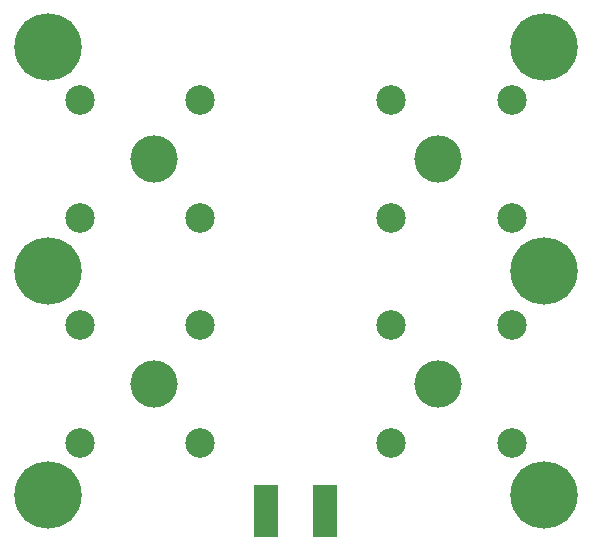
<source format=gbs>
%TF.GenerationSoftware,KiCad,Pcbnew,7.0.9*%
%TF.CreationDate,2024-01-13T21:21:30+01:00*%
%TF.ProjectId,line_injector,6c696e65-5f69-46e6-9a65-63746f722e6b,rev?*%
%TF.SameCoordinates,Original*%
%TF.FileFunction,Soldermask,Bot*%
%TF.FilePolarity,Negative*%
%FSLAX46Y46*%
G04 Gerber Fmt 4.6, Leading zero omitted, Abs format (unit mm)*
G04 Created by KiCad (PCBNEW 7.0.9) date 2024-01-13 21:21:30*
%MOMM*%
%LPD*%
G01*
G04 APERTURE LIST*
%ADD10C,5.700000*%
%ADD11C,2.500000*%
%ADD12C,4.000000*%
%ADD13R,2.000000X4.500000*%
G04 APERTURE END LIST*
D10*
%TO.C,H6*%
X146000000Y-123000000D03*
%TD*%
%TO.C,H5*%
X146000000Y-142000000D03*
%TD*%
%TO.C,H4*%
X146000000Y-104000000D03*
%TD*%
%TO.C,H3*%
X104000000Y-142000000D03*
%TD*%
%TO.C,H2*%
X104000000Y-123000000D03*
%TD*%
%TO.C,H1*%
X104000000Y-104000000D03*
%TD*%
D11*
%TO.C,J5*%
X116900000Y-118500000D03*
X116900000Y-108500000D03*
D12*
X113000000Y-113500000D03*
D11*
X106700000Y-118500000D03*
X106700000Y-108500000D03*
%TD*%
%TO.C,J4*%
X116900000Y-137550000D03*
X116900000Y-127550000D03*
D12*
X113000000Y-132550000D03*
D11*
X106700000Y-137550000D03*
X106700000Y-127550000D03*
%TD*%
%TO.C,J3*%
X133100000Y-108500000D03*
X133100000Y-118500000D03*
D12*
X137000000Y-113500000D03*
D11*
X143300000Y-108500000D03*
X143300000Y-118500000D03*
%TD*%
D13*
%TO.C,J2*%
X127500000Y-143350000D03*
X122500000Y-143350000D03*
%TD*%
D11*
%TO.C,J1*%
X133100000Y-127550000D03*
X133100000Y-137550000D03*
D12*
X137000000Y-132550000D03*
D11*
X143300000Y-127550000D03*
X143300000Y-137550000D03*
%TD*%
M02*

</source>
